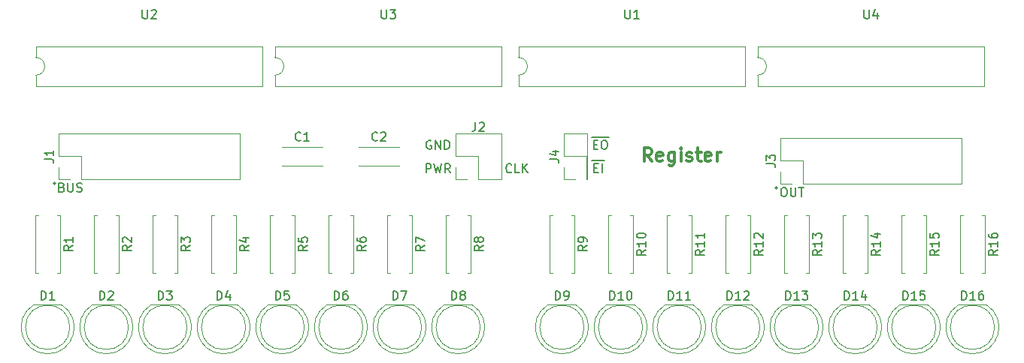
<source format=gbr>
G04 #@! TF.GenerationSoftware,KiCad,Pcbnew,(5.1.4)-1*
G04 #@! TF.CreationDate,2020-05-13T21:25:09+02:00*
G04 #@! TF.ProjectId,register_pcb,72656769-7374-4657-925f-7063622e6b69,rev?*
G04 #@! TF.SameCoordinates,Original*
G04 #@! TF.FileFunction,Legend,Top*
G04 #@! TF.FilePolarity,Positive*
%FSLAX46Y46*%
G04 Gerber Fmt 4.6, Leading zero omitted, Abs format (unit mm)*
G04 Created by KiCad (PCBNEW (5.1.4)-1) date 2020-05-13 21:25:09*
%MOMM*%
%LPD*%
G04 APERTURE LIST*
%ADD10C,0.200000*%
%ADD11C,0.150000*%
%ADD12C,0.300000*%
%ADD13C,0.120000*%
G04 APERTURE END LIST*
D10*
X83412000Y-72898000D02*
G75*
G03X83412000Y-72898000I-100000J0D01*
G01*
X164692000Y-73406000D02*
G75*
G03X164692000Y-73406000I-100000J0D01*
G01*
D11*
X165370000Y-73366380D02*
X165560476Y-73366380D01*
X165655714Y-73414000D01*
X165750952Y-73509238D01*
X165798571Y-73699714D01*
X165798571Y-74033047D01*
X165750952Y-74223523D01*
X165655714Y-74318761D01*
X165560476Y-74366380D01*
X165370000Y-74366380D01*
X165274761Y-74318761D01*
X165179523Y-74223523D01*
X165131904Y-74033047D01*
X165131904Y-73699714D01*
X165179523Y-73509238D01*
X165274761Y-73414000D01*
X165370000Y-73366380D01*
X166227142Y-73366380D02*
X166227142Y-74175904D01*
X166274761Y-74271142D01*
X166322380Y-74318761D01*
X166417619Y-74366380D01*
X166608095Y-74366380D01*
X166703333Y-74318761D01*
X166750952Y-74271142D01*
X166798571Y-74175904D01*
X166798571Y-73366380D01*
X167131904Y-73366380D02*
X167703333Y-73366380D01*
X167417619Y-74366380D02*
X167417619Y-73366380D01*
X143803809Y-67665000D02*
X144708571Y-67665000D01*
X144041904Y-68508571D02*
X144375238Y-68508571D01*
X144518095Y-69032380D02*
X144041904Y-69032380D01*
X144041904Y-68032380D01*
X144518095Y-68032380D01*
X144708571Y-67665000D02*
X145756190Y-67665000D01*
X145137142Y-68032380D02*
X145327619Y-68032380D01*
X145422857Y-68080000D01*
X145518095Y-68175238D01*
X145565714Y-68365714D01*
X145565714Y-68699047D01*
X145518095Y-68889523D01*
X145422857Y-68984761D01*
X145327619Y-69032380D01*
X145137142Y-69032380D01*
X145041904Y-68984761D01*
X144946666Y-68889523D01*
X144899047Y-68699047D01*
X144899047Y-68365714D01*
X144946666Y-68175238D01*
X145041904Y-68080000D01*
X145137142Y-68032380D01*
X143835523Y-70332000D02*
X144740285Y-70332000D01*
X144073619Y-71175571D02*
X144406952Y-71175571D01*
X144549809Y-71699380D02*
X144073619Y-71699380D01*
X144073619Y-70699380D01*
X144549809Y-70699380D01*
X144740285Y-70332000D02*
X145216476Y-70332000D01*
X144978380Y-71699380D02*
X144978380Y-70699380D01*
X134786761Y-71604142D02*
X134739142Y-71651761D01*
X134596285Y-71699380D01*
X134501047Y-71699380D01*
X134358190Y-71651761D01*
X134262952Y-71556523D01*
X134215333Y-71461285D01*
X134167714Y-71270809D01*
X134167714Y-71127952D01*
X134215333Y-70937476D01*
X134262952Y-70842238D01*
X134358190Y-70747000D01*
X134501047Y-70699380D01*
X134596285Y-70699380D01*
X134739142Y-70747000D01*
X134786761Y-70794619D01*
X135691523Y-71699380D02*
X135215333Y-71699380D01*
X135215333Y-70699380D01*
X136024857Y-71699380D02*
X136024857Y-70699380D01*
X136596285Y-71699380D02*
X136167714Y-71127952D01*
X136596285Y-70699380D02*
X136024857Y-71270809D01*
X125158666Y-71699380D02*
X125158666Y-70699380D01*
X125539619Y-70699380D01*
X125634857Y-70747000D01*
X125682476Y-70794619D01*
X125730095Y-70889857D01*
X125730095Y-71032714D01*
X125682476Y-71127952D01*
X125634857Y-71175571D01*
X125539619Y-71223190D01*
X125158666Y-71223190D01*
X126063428Y-70699380D02*
X126301523Y-71699380D01*
X126492000Y-70985095D01*
X126682476Y-71699380D01*
X126920571Y-70699380D01*
X127872952Y-71699380D02*
X127539619Y-71223190D01*
X127301523Y-71699380D02*
X127301523Y-70699380D01*
X127682476Y-70699380D01*
X127777714Y-70747000D01*
X127825333Y-70794619D01*
X127872952Y-70889857D01*
X127872952Y-71032714D01*
X127825333Y-71127952D01*
X127777714Y-71175571D01*
X127682476Y-71223190D01*
X127301523Y-71223190D01*
X125730095Y-68080000D02*
X125634857Y-68032380D01*
X125492000Y-68032380D01*
X125349142Y-68080000D01*
X125253904Y-68175238D01*
X125206285Y-68270476D01*
X125158666Y-68460952D01*
X125158666Y-68603809D01*
X125206285Y-68794285D01*
X125253904Y-68889523D01*
X125349142Y-68984761D01*
X125492000Y-69032380D01*
X125587238Y-69032380D01*
X125730095Y-68984761D01*
X125777714Y-68937142D01*
X125777714Y-68603809D01*
X125587238Y-68603809D01*
X126206285Y-69032380D02*
X126206285Y-68032380D01*
X126777714Y-69032380D01*
X126777714Y-68032380D01*
X127253904Y-69032380D02*
X127253904Y-68032380D01*
X127492000Y-68032380D01*
X127634857Y-68080000D01*
X127730095Y-68175238D01*
X127777714Y-68270476D01*
X127825333Y-68460952D01*
X127825333Y-68603809D01*
X127777714Y-68794285D01*
X127730095Y-68889523D01*
X127634857Y-68984761D01*
X127492000Y-69032380D01*
X127253904Y-69032380D01*
X84161428Y-73334571D02*
X84304285Y-73382190D01*
X84351904Y-73429809D01*
X84399523Y-73525047D01*
X84399523Y-73667904D01*
X84351904Y-73763142D01*
X84304285Y-73810761D01*
X84209047Y-73858380D01*
X83828095Y-73858380D01*
X83828095Y-72858380D01*
X84161428Y-72858380D01*
X84256666Y-72906000D01*
X84304285Y-72953619D01*
X84351904Y-73048857D01*
X84351904Y-73144095D01*
X84304285Y-73239333D01*
X84256666Y-73286952D01*
X84161428Y-73334571D01*
X83828095Y-73334571D01*
X84828095Y-72858380D02*
X84828095Y-73667904D01*
X84875714Y-73763142D01*
X84923333Y-73810761D01*
X85018571Y-73858380D01*
X85209047Y-73858380D01*
X85304285Y-73810761D01*
X85351904Y-73763142D01*
X85399523Y-73667904D01*
X85399523Y-72858380D01*
X85828095Y-73810761D02*
X85970952Y-73858380D01*
X86209047Y-73858380D01*
X86304285Y-73810761D01*
X86351904Y-73763142D01*
X86399523Y-73667904D01*
X86399523Y-73572666D01*
X86351904Y-73477428D01*
X86304285Y-73429809D01*
X86209047Y-73382190D01*
X86018571Y-73334571D01*
X85923333Y-73286952D01*
X85875714Y-73239333D01*
X85828095Y-73144095D01*
X85828095Y-73048857D01*
X85875714Y-72953619D01*
X85923333Y-72906000D01*
X86018571Y-72858380D01*
X86256666Y-72858380D01*
X86399523Y-72906000D01*
D12*
X150566857Y-70401571D02*
X150066857Y-69687285D01*
X149709714Y-70401571D02*
X149709714Y-68901571D01*
X150281142Y-68901571D01*
X150424000Y-68973000D01*
X150495428Y-69044428D01*
X150566857Y-69187285D01*
X150566857Y-69401571D01*
X150495428Y-69544428D01*
X150424000Y-69615857D01*
X150281142Y-69687285D01*
X149709714Y-69687285D01*
X151781142Y-70330142D02*
X151638285Y-70401571D01*
X151352571Y-70401571D01*
X151209714Y-70330142D01*
X151138285Y-70187285D01*
X151138285Y-69615857D01*
X151209714Y-69473000D01*
X151352571Y-69401571D01*
X151638285Y-69401571D01*
X151781142Y-69473000D01*
X151852571Y-69615857D01*
X151852571Y-69758714D01*
X151138285Y-69901571D01*
X153138285Y-69401571D02*
X153138285Y-70615857D01*
X153066857Y-70758714D01*
X152995428Y-70830142D01*
X152852571Y-70901571D01*
X152638285Y-70901571D01*
X152495428Y-70830142D01*
X153138285Y-70330142D02*
X152995428Y-70401571D01*
X152709714Y-70401571D01*
X152566857Y-70330142D01*
X152495428Y-70258714D01*
X152424000Y-70115857D01*
X152424000Y-69687285D01*
X152495428Y-69544428D01*
X152566857Y-69473000D01*
X152709714Y-69401571D01*
X152995428Y-69401571D01*
X153138285Y-69473000D01*
X153852571Y-70401571D02*
X153852571Y-69401571D01*
X153852571Y-68901571D02*
X153781142Y-68973000D01*
X153852571Y-69044428D01*
X153924000Y-68973000D01*
X153852571Y-68901571D01*
X153852571Y-69044428D01*
X154495428Y-70330142D02*
X154638285Y-70401571D01*
X154924000Y-70401571D01*
X155066857Y-70330142D01*
X155138285Y-70187285D01*
X155138285Y-70115857D01*
X155066857Y-69973000D01*
X154924000Y-69901571D01*
X154709714Y-69901571D01*
X154566857Y-69830142D01*
X154495428Y-69687285D01*
X154495428Y-69615857D01*
X154566857Y-69473000D01*
X154709714Y-69401571D01*
X154924000Y-69401571D01*
X155066857Y-69473000D01*
X155566857Y-69401571D02*
X156138285Y-69401571D01*
X155781142Y-68901571D02*
X155781142Y-70187285D01*
X155852571Y-70330142D01*
X155995428Y-70401571D01*
X156138285Y-70401571D01*
X157209714Y-70330142D02*
X157066857Y-70401571D01*
X156781142Y-70401571D01*
X156638285Y-70330142D01*
X156566857Y-70187285D01*
X156566857Y-69615857D01*
X156638285Y-69473000D01*
X156781142Y-69401571D01*
X157066857Y-69401571D01*
X157209714Y-69473000D01*
X157281142Y-69615857D01*
X157281142Y-69758714D01*
X156566857Y-69901571D01*
X157924000Y-70401571D02*
X157924000Y-69401571D01*
X157924000Y-69687285D02*
X157995428Y-69544428D01*
X158066857Y-69473000D01*
X158209714Y-69401571D01*
X158352571Y-69401571D01*
D13*
X122118000Y-70905000D02*
X122118000Y-70920000D01*
X122118000Y-68780000D02*
X122118000Y-68795000D01*
X117578000Y-70905000D02*
X117578000Y-70920000D01*
X117578000Y-68780000D02*
X117578000Y-68795000D01*
X117578000Y-70920000D02*
X122118000Y-70920000D01*
X117578000Y-68780000D02*
X122118000Y-68780000D01*
X113482000Y-70905000D02*
X113482000Y-70920000D01*
X113482000Y-68780000D02*
X113482000Y-68795000D01*
X108942000Y-70905000D02*
X108942000Y-70920000D01*
X108942000Y-68780000D02*
X108942000Y-68795000D01*
X108942000Y-70920000D02*
X113482000Y-70920000D01*
X108942000Y-68780000D02*
X113482000Y-68780000D01*
X83760000Y-72450000D02*
X83760000Y-71120000D01*
X85090000Y-72450000D02*
X83760000Y-72450000D01*
X83760000Y-69850000D02*
X83760000Y-67250000D01*
X86360000Y-69850000D02*
X83760000Y-69850000D01*
X86360000Y-72450000D02*
X86360000Y-69850000D01*
X83760000Y-67250000D02*
X104200000Y-67250000D01*
X86360000Y-72450000D02*
X104200000Y-72450000D01*
X104200000Y-72450000D02*
X104200000Y-67250000D01*
X128464000Y-72450000D02*
X128464000Y-71120000D01*
X129794000Y-72450000D02*
X128464000Y-72450000D01*
X128464000Y-69850000D02*
X128464000Y-67250000D01*
X131064000Y-69850000D02*
X128464000Y-69850000D01*
X131064000Y-72450000D02*
X131064000Y-69850000D01*
X128464000Y-67250000D02*
X133664000Y-67250000D01*
X131064000Y-72450000D02*
X133664000Y-72450000D01*
X133664000Y-72450000D02*
X133664000Y-67250000D01*
X185480000Y-72958000D02*
X185480000Y-67758000D01*
X167640000Y-72958000D02*
X185480000Y-72958000D01*
X165040000Y-67758000D02*
X185480000Y-67758000D01*
X167640000Y-72958000D02*
X167640000Y-70358000D01*
X167640000Y-70358000D02*
X165040000Y-70358000D01*
X165040000Y-70358000D02*
X165040000Y-67758000D01*
X166370000Y-72958000D02*
X165040000Y-72958000D01*
X165040000Y-72958000D02*
X165040000Y-71628000D01*
X143316000Y-72450000D02*
X143316000Y-67250000D01*
X143256000Y-72450000D02*
X143316000Y-72450000D01*
X140656000Y-67250000D02*
X143316000Y-67250000D01*
X143256000Y-72450000D02*
X143256000Y-69850000D01*
X143256000Y-69850000D02*
X140656000Y-69850000D01*
X140656000Y-69850000D02*
X140656000Y-67250000D01*
X141986000Y-72450000D02*
X140656000Y-72450000D01*
X140656000Y-72450000D02*
X140656000Y-71120000D01*
X135576000Y-58690000D02*
G75*
G02X135576000Y-60690000I0J-1000000D01*
G01*
X135576000Y-60690000D02*
X135576000Y-61940000D01*
X135576000Y-61940000D02*
X161096000Y-61940000D01*
X161096000Y-61940000D02*
X161096000Y-57440000D01*
X161096000Y-57440000D02*
X135576000Y-57440000D01*
X135576000Y-57440000D02*
X135576000Y-58690000D01*
X108144000Y-58690000D02*
G75*
G02X108144000Y-60690000I0J-1000000D01*
G01*
X108144000Y-60690000D02*
X108144000Y-61940000D01*
X108144000Y-61940000D02*
X133664000Y-61940000D01*
X133664000Y-61940000D02*
X133664000Y-57440000D01*
X133664000Y-57440000D02*
X108144000Y-57440000D01*
X108144000Y-57440000D02*
X108144000Y-58690000D01*
X162500000Y-58690000D02*
G75*
G02X162500000Y-60690000I0J-1000000D01*
G01*
X162500000Y-60690000D02*
X162500000Y-61940000D01*
X162500000Y-61940000D02*
X188020000Y-61940000D01*
X188020000Y-61940000D02*
X188020000Y-57440000D01*
X188020000Y-57440000D02*
X162500000Y-57440000D01*
X162500000Y-57440000D02*
X162500000Y-58690000D01*
X81220000Y-58690000D02*
G75*
G02X81220000Y-60690000I0J-1000000D01*
G01*
X81220000Y-60690000D02*
X81220000Y-61940000D01*
X81220000Y-61940000D02*
X106740000Y-61940000D01*
X106740000Y-61940000D02*
X106740000Y-57440000D01*
X106740000Y-57440000D02*
X81220000Y-57440000D01*
X81220000Y-57440000D02*
X81220000Y-58690000D01*
X185320000Y-83026000D02*
X185650000Y-83026000D01*
X185320000Y-76486000D02*
X185320000Y-83026000D01*
X185650000Y-76486000D02*
X185320000Y-76486000D01*
X188060000Y-83026000D02*
X187730000Y-83026000D01*
X188060000Y-76486000D02*
X188060000Y-83026000D01*
X187730000Y-76486000D02*
X188060000Y-76486000D01*
X178716000Y-83026000D02*
X179046000Y-83026000D01*
X178716000Y-76486000D02*
X178716000Y-83026000D01*
X179046000Y-76486000D02*
X178716000Y-76486000D01*
X181456000Y-83026000D02*
X181126000Y-83026000D01*
X181456000Y-76486000D02*
X181456000Y-83026000D01*
X181126000Y-76486000D02*
X181456000Y-76486000D01*
X172112000Y-83026000D02*
X172442000Y-83026000D01*
X172112000Y-76486000D02*
X172112000Y-83026000D01*
X172442000Y-76486000D02*
X172112000Y-76486000D01*
X174852000Y-83026000D02*
X174522000Y-83026000D01*
X174852000Y-76486000D02*
X174852000Y-83026000D01*
X174522000Y-76486000D02*
X174852000Y-76486000D01*
X165508000Y-83026000D02*
X165838000Y-83026000D01*
X165508000Y-76486000D02*
X165508000Y-83026000D01*
X165838000Y-76486000D02*
X165508000Y-76486000D01*
X168248000Y-83026000D02*
X167918000Y-83026000D01*
X168248000Y-76486000D02*
X168248000Y-83026000D01*
X167918000Y-76486000D02*
X168248000Y-76486000D01*
X158904000Y-83026000D02*
X159234000Y-83026000D01*
X158904000Y-76486000D02*
X158904000Y-83026000D01*
X159234000Y-76486000D02*
X158904000Y-76486000D01*
X161644000Y-83026000D02*
X161314000Y-83026000D01*
X161644000Y-76486000D02*
X161644000Y-83026000D01*
X161314000Y-76486000D02*
X161644000Y-76486000D01*
X152300000Y-83026000D02*
X152630000Y-83026000D01*
X152300000Y-76486000D02*
X152300000Y-83026000D01*
X152630000Y-76486000D02*
X152300000Y-76486000D01*
X155040000Y-83026000D02*
X154710000Y-83026000D01*
X155040000Y-76486000D02*
X155040000Y-83026000D01*
X154710000Y-76486000D02*
X155040000Y-76486000D01*
X145696000Y-83026000D02*
X146026000Y-83026000D01*
X145696000Y-76486000D02*
X145696000Y-83026000D01*
X146026000Y-76486000D02*
X145696000Y-76486000D01*
X148436000Y-83026000D02*
X148106000Y-83026000D01*
X148436000Y-76486000D02*
X148436000Y-83026000D01*
X148106000Y-76486000D02*
X148436000Y-76486000D01*
X139092000Y-83026000D02*
X139422000Y-83026000D01*
X139092000Y-76486000D02*
X139092000Y-83026000D01*
X139422000Y-76486000D02*
X139092000Y-76486000D01*
X141832000Y-83026000D02*
X141502000Y-83026000D01*
X141832000Y-76486000D02*
X141832000Y-83026000D01*
X141502000Y-76486000D02*
X141832000Y-76486000D01*
X127408000Y-83026000D02*
X127738000Y-83026000D01*
X127408000Y-76486000D02*
X127408000Y-83026000D01*
X127738000Y-76486000D02*
X127408000Y-76486000D01*
X130148000Y-83026000D02*
X129818000Y-83026000D01*
X130148000Y-76486000D02*
X130148000Y-83026000D01*
X129818000Y-76486000D02*
X130148000Y-76486000D01*
X120804000Y-83026000D02*
X121134000Y-83026000D01*
X120804000Y-76486000D02*
X120804000Y-83026000D01*
X121134000Y-76486000D02*
X120804000Y-76486000D01*
X123544000Y-83026000D02*
X123214000Y-83026000D01*
X123544000Y-76486000D02*
X123544000Y-83026000D01*
X123214000Y-76486000D02*
X123544000Y-76486000D01*
X114200000Y-83026000D02*
X114530000Y-83026000D01*
X114200000Y-76486000D02*
X114200000Y-83026000D01*
X114530000Y-76486000D02*
X114200000Y-76486000D01*
X116940000Y-83026000D02*
X116610000Y-83026000D01*
X116940000Y-76486000D02*
X116940000Y-83026000D01*
X116610000Y-76486000D02*
X116940000Y-76486000D01*
X107596000Y-83026000D02*
X107926000Y-83026000D01*
X107596000Y-76486000D02*
X107596000Y-83026000D01*
X107926000Y-76486000D02*
X107596000Y-76486000D01*
X110336000Y-83026000D02*
X110006000Y-83026000D01*
X110336000Y-76486000D02*
X110336000Y-83026000D01*
X110006000Y-76486000D02*
X110336000Y-76486000D01*
X100992000Y-83026000D02*
X101322000Y-83026000D01*
X100992000Y-76486000D02*
X100992000Y-83026000D01*
X101322000Y-76486000D02*
X100992000Y-76486000D01*
X103732000Y-83026000D02*
X103402000Y-83026000D01*
X103732000Y-76486000D02*
X103732000Y-83026000D01*
X103402000Y-76486000D02*
X103732000Y-76486000D01*
X94388000Y-83026000D02*
X94718000Y-83026000D01*
X94388000Y-76486000D02*
X94388000Y-83026000D01*
X94718000Y-76486000D02*
X94388000Y-76486000D01*
X97128000Y-83026000D02*
X96798000Y-83026000D01*
X97128000Y-76486000D02*
X97128000Y-83026000D01*
X96798000Y-76486000D02*
X97128000Y-76486000D01*
X87784000Y-83026000D02*
X88114000Y-83026000D01*
X87784000Y-76486000D02*
X87784000Y-83026000D01*
X88114000Y-76486000D02*
X87784000Y-76486000D01*
X90524000Y-83026000D02*
X90194000Y-83026000D01*
X90524000Y-76486000D02*
X90524000Y-83026000D01*
X90194000Y-76486000D02*
X90524000Y-76486000D01*
X83590000Y-76486000D02*
X83920000Y-76486000D01*
X83920000Y-76486000D02*
X83920000Y-83026000D01*
X83920000Y-83026000D02*
X83590000Y-83026000D01*
X81510000Y-76486000D02*
X81180000Y-76486000D01*
X81180000Y-76486000D02*
X81180000Y-83026000D01*
X81180000Y-83026000D02*
X81510000Y-83026000D01*
X186689538Y-92144000D02*
G75*
G03X188234830Y-86594000I462J2990000D01*
G01*
X186690462Y-92144000D02*
G75*
G02X185145170Y-86594000I-462J2990000D01*
G01*
X189190000Y-89154000D02*
G75*
G03X189190000Y-89154000I-2500000J0D01*
G01*
X188235000Y-86594000D02*
X185145000Y-86594000D01*
X180085538Y-92144000D02*
G75*
G03X181630830Y-86594000I462J2990000D01*
G01*
X180086462Y-92144000D02*
G75*
G02X178541170Y-86594000I-462J2990000D01*
G01*
X182586000Y-89154000D02*
G75*
G03X182586000Y-89154000I-2500000J0D01*
G01*
X181631000Y-86594000D02*
X178541000Y-86594000D01*
X173481538Y-92144000D02*
G75*
G03X175026830Y-86594000I462J2990000D01*
G01*
X173482462Y-92144000D02*
G75*
G02X171937170Y-86594000I-462J2990000D01*
G01*
X175982000Y-89154000D02*
G75*
G03X175982000Y-89154000I-2500000J0D01*
G01*
X175027000Y-86594000D02*
X171937000Y-86594000D01*
X166877538Y-92144000D02*
G75*
G03X168422830Y-86594000I462J2990000D01*
G01*
X166878462Y-92144000D02*
G75*
G02X165333170Y-86594000I-462J2990000D01*
G01*
X169378000Y-89154000D02*
G75*
G03X169378000Y-89154000I-2500000J0D01*
G01*
X168423000Y-86594000D02*
X165333000Y-86594000D01*
X160273538Y-92144000D02*
G75*
G03X161818830Y-86594000I462J2990000D01*
G01*
X160274462Y-92144000D02*
G75*
G02X158729170Y-86594000I-462J2990000D01*
G01*
X162774000Y-89154000D02*
G75*
G03X162774000Y-89154000I-2500000J0D01*
G01*
X161819000Y-86594000D02*
X158729000Y-86594000D01*
X153669538Y-92144000D02*
G75*
G03X155214830Y-86594000I462J2990000D01*
G01*
X153670462Y-92144000D02*
G75*
G02X152125170Y-86594000I-462J2990000D01*
G01*
X156170000Y-89154000D02*
G75*
G03X156170000Y-89154000I-2500000J0D01*
G01*
X155215000Y-86594000D02*
X152125000Y-86594000D01*
X147065538Y-92144000D02*
G75*
G03X148610830Y-86594000I462J2990000D01*
G01*
X147066462Y-92144000D02*
G75*
G02X145521170Y-86594000I-462J2990000D01*
G01*
X149566000Y-89154000D02*
G75*
G03X149566000Y-89154000I-2500000J0D01*
G01*
X148611000Y-86594000D02*
X145521000Y-86594000D01*
X140461538Y-92144000D02*
G75*
G03X142006830Y-86594000I462J2990000D01*
G01*
X140462462Y-92144000D02*
G75*
G02X138917170Y-86594000I-462J2990000D01*
G01*
X142962000Y-89154000D02*
G75*
G03X142962000Y-89154000I-2500000J0D01*
G01*
X142007000Y-86594000D02*
X138917000Y-86594000D01*
X128777538Y-92144000D02*
G75*
G03X130322830Y-86594000I462J2990000D01*
G01*
X128778462Y-92144000D02*
G75*
G02X127233170Y-86594000I-462J2990000D01*
G01*
X131278000Y-89154000D02*
G75*
G03X131278000Y-89154000I-2500000J0D01*
G01*
X130323000Y-86594000D02*
X127233000Y-86594000D01*
X122173538Y-92144000D02*
G75*
G03X123718830Y-86594000I462J2990000D01*
G01*
X122174462Y-92144000D02*
G75*
G02X120629170Y-86594000I-462J2990000D01*
G01*
X124674000Y-89154000D02*
G75*
G03X124674000Y-89154000I-2500000J0D01*
G01*
X123719000Y-86594000D02*
X120629000Y-86594000D01*
X115569538Y-92144000D02*
G75*
G03X117114830Y-86594000I462J2990000D01*
G01*
X115570462Y-92144000D02*
G75*
G02X114025170Y-86594000I-462J2990000D01*
G01*
X118070000Y-89154000D02*
G75*
G03X118070000Y-89154000I-2500000J0D01*
G01*
X117115000Y-86594000D02*
X114025000Y-86594000D01*
X108965538Y-92144000D02*
G75*
G03X110510830Y-86594000I462J2990000D01*
G01*
X108966462Y-92144000D02*
G75*
G02X107421170Y-86594000I-462J2990000D01*
G01*
X111466000Y-89154000D02*
G75*
G03X111466000Y-89154000I-2500000J0D01*
G01*
X110511000Y-86594000D02*
X107421000Y-86594000D01*
X102361538Y-92144000D02*
G75*
G03X103906830Y-86594000I462J2990000D01*
G01*
X102362462Y-92144000D02*
G75*
G02X100817170Y-86594000I-462J2990000D01*
G01*
X104862000Y-89154000D02*
G75*
G03X104862000Y-89154000I-2500000J0D01*
G01*
X103907000Y-86594000D02*
X100817000Y-86594000D01*
X95757538Y-92144000D02*
G75*
G03X97302830Y-86594000I462J2990000D01*
G01*
X95758462Y-92144000D02*
G75*
G02X94213170Y-86594000I-462J2990000D01*
G01*
X98258000Y-89154000D02*
G75*
G03X98258000Y-89154000I-2500000J0D01*
G01*
X97303000Y-86594000D02*
X94213000Y-86594000D01*
X89153538Y-92144000D02*
G75*
G03X90698830Y-86594000I462J2990000D01*
G01*
X89154462Y-92144000D02*
G75*
G02X87609170Y-86594000I-462J2990000D01*
G01*
X91654000Y-89154000D02*
G75*
G03X91654000Y-89154000I-2500000J0D01*
G01*
X90699000Y-86594000D02*
X87609000Y-86594000D01*
X82549538Y-92144000D02*
G75*
G03X84094830Y-86594000I462J2990000D01*
G01*
X82550462Y-92144000D02*
G75*
G02X81005170Y-86594000I-462J2990000D01*
G01*
X85050000Y-89154000D02*
G75*
G03X85050000Y-89154000I-2500000J0D01*
G01*
X84095000Y-86594000D02*
X81005000Y-86594000D01*
D11*
X119681333Y-68007142D02*
X119633714Y-68054761D01*
X119490857Y-68102380D01*
X119395619Y-68102380D01*
X119252761Y-68054761D01*
X119157523Y-67959523D01*
X119109904Y-67864285D01*
X119062285Y-67673809D01*
X119062285Y-67530952D01*
X119109904Y-67340476D01*
X119157523Y-67245238D01*
X119252761Y-67150000D01*
X119395619Y-67102380D01*
X119490857Y-67102380D01*
X119633714Y-67150000D01*
X119681333Y-67197619D01*
X120062285Y-67197619D02*
X120109904Y-67150000D01*
X120205142Y-67102380D01*
X120443238Y-67102380D01*
X120538476Y-67150000D01*
X120586095Y-67197619D01*
X120633714Y-67292857D01*
X120633714Y-67388095D01*
X120586095Y-67530952D01*
X120014666Y-68102380D01*
X120633714Y-68102380D01*
X111045333Y-68007142D02*
X110997714Y-68054761D01*
X110854857Y-68102380D01*
X110759619Y-68102380D01*
X110616761Y-68054761D01*
X110521523Y-67959523D01*
X110473904Y-67864285D01*
X110426285Y-67673809D01*
X110426285Y-67530952D01*
X110473904Y-67340476D01*
X110521523Y-67245238D01*
X110616761Y-67150000D01*
X110759619Y-67102380D01*
X110854857Y-67102380D01*
X110997714Y-67150000D01*
X111045333Y-67197619D01*
X111997714Y-68102380D02*
X111426285Y-68102380D01*
X111712000Y-68102380D02*
X111712000Y-67102380D01*
X111616761Y-67245238D01*
X111521523Y-67340476D01*
X111426285Y-67388095D01*
X82212380Y-70183333D02*
X82926666Y-70183333D01*
X83069523Y-70230952D01*
X83164761Y-70326190D01*
X83212380Y-70469047D01*
X83212380Y-70564285D01*
X83212380Y-69183333D02*
X83212380Y-69754761D01*
X83212380Y-69469047D02*
X82212380Y-69469047D01*
X82355238Y-69564285D01*
X82450476Y-69659523D01*
X82498095Y-69754761D01*
X130730666Y-66000380D02*
X130730666Y-66714666D01*
X130683047Y-66857523D01*
X130587809Y-66952761D01*
X130444952Y-67000380D01*
X130349714Y-67000380D01*
X131159238Y-66095619D02*
X131206857Y-66048000D01*
X131302095Y-66000380D01*
X131540190Y-66000380D01*
X131635428Y-66048000D01*
X131683047Y-66095619D01*
X131730666Y-66190857D01*
X131730666Y-66286095D01*
X131683047Y-66428952D01*
X131111619Y-67000380D01*
X131730666Y-67000380D01*
X163492380Y-70691333D02*
X164206666Y-70691333D01*
X164349523Y-70738952D01*
X164444761Y-70834190D01*
X164492380Y-70977047D01*
X164492380Y-71072285D01*
X163492380Y-70310380D02*
X163492380Y-69691333D01*
X163873333Y-70024666D01*
X163873333Y-69881809D01*
X163920952Y-69786571D01*
X163968571Y-69738952D01*
X164063809Y-69691333D01*
X164301904Y-69691333D01*
X164397142Y-69738952D01*
X164444761Y-69786571D01*
X164492380Y-69881809D01*
X164492380Y-70167523D01*
X164444761Y-70262761D01*
X164397142Y-70310380D01*
X139108380Y-70183333D02*
X139822666Y-70183333D01*
X139965523Y-70230952D01*
X140060761Y-70326190D01*
X140108380Y-70469047D01*
X140108380Y-70564285D01*
X139441714Y-69278571D02*
X140108380Y-69278571D01*
X139060761Y-69516666D02*
X139775047Y-69754761D01*
X139775047Y-69135714D01*
X147574095Y-53300380D02*
X147574095Y-54109904D01*
X147621714Y-54205142D01*
X147669333Y-54252761D01*
X147764571Y-54300380D01*
X147955047Y-54300380D01*
X148050285Y-54252761D01*
X148097904Y-54205142D01*
X148145523Y-54109904D01*
X148145523Y-53300380D01*
X149145523Y-54300380D02*
X148574095Y-54300380D01*
X148859809Y-54300380D02*
X148859809Y-53300380D01*
X148764571Y-53443238D01*
X148669333Y-53538476D01*
X148574095Y-53586095D01*
X120142095Y-53300380D02*
X120142095Y-54109904D01*
X120189714Y-54205142D01*
X120237333Y-54252761D01*
X120332571Y-54300380D01*
X120523047Y-54300380D01*
X120618285Y-54252761D01*
X120665904Y-54205142D01*
X120713523Y-54109904D01*
X120713523Y-53300380D01*
X121094476Y-53300380D02*
X121713523Y-53300380D01*
X121380190Y-53681333D01*
X121523047Y-53681333D01*
X121618285Y-53728952D01*
X121665904Y-53776571D01*
X121713523Y-53871809D01*
X121713523Y-54109904D01*
X121665904Y-54205142D01*
X121618285Y-54252761D01*
X121523047Y-54300380D01*
X121237333Y-54300380D01*
X121142095Y-54252761D01*
X121094476Y-54205142D01*
X174498095Y-53300380D02*
X174498095Y-54109904D01*
X174545714Y-54205142D01*
X174593333Y-54252761D01*
X174688571Y-54300380D01*
X174879047Y-54300380D01*
X174974285Y-54252761D01*
X175021904Y-54205142D01*
X175069523Y-54109904D01*
X175069523Y-53300380D01*
X175974285Y-53633714D02*
X175974285Y-54300380D01*
X175736190Y-53252761D02*
X175498095Y-53967047D01*
X176117142Y-53967047D01*
X93218095Y-53300380D02*
X93218095Y-54109904D01*
X93265714Y-54205142D01*
X93313333Y-54252761D01*
X93408571Y-54300380D01*
X93599047Y-54300380D01*
X93694285Y-54252761D01*
X93741904Y-54205142D01*
X93789523Y-54109904D01*
X93789523Y-53300380D01*
X94218095Y-53395619D02*
X94265714Y-53348000D01*
X94360952Y-53300380D01*
X94599047Y-53300380D01*
X94694285Y-53348000D01*
X94741904Y-53395619D01*
X94789523Y-53490857D01*
X94789523Y-53586095D01*
X94741904Y-53728952D01*
X94170476Y-54300380D01*
X94789523Y-54300380D01*
X189512380Y-80398857D02*
X189036190Y-80732190D01*
X189512380Y-80970285D02*
X188512380Y-80970285D01*
X188512380Y-80589333D01*
X188560000Y-80494095D01*
X188607619Y-80446476D01*
X188702857Y-80398857D01*
X188845714Y-80398857D01*
X188940952Y-80446476D01*
X188988571Y-80494095D01*
X189036190Y-80589333D01*
X189036190Y-80970285D01*
X189512380Y-79446476D02*
X189512380Y-80017904D01*
X189512380Y-79732190D02*
X188512380Y-79732190D01*
X188655238Y-79827428D01*
X188750476Y-79922666D01*
X188798095Y-80017904D01*
X188512380Y-78589333D02*
X188512380Y-78779809D01*
X188560000Y-78875047D01*
X188607619Y-78922666D01*
X188750476Y-79017904D01*
X188940952Y-79065523D01*
X189321904Y-79065523D01*
X189417142Y-79017904D01*
X189464761Y-78970285D01*
X189512380Y-78875047D01*
X189512380Y-78684571D01*
X189464761Y-78589333D01*
X189417142Y-78541714D01*
X189321904Y-78494095D01*
X189083809Y-78494095D01*
X188988571Y-78541714D01*
X188940952Y-78589333D01*
X188893333Y-78684571D01*
X188893333Y-78875047D01*
X188940952Y-78970285D01*
X188988571Y-79017904D01*
X189083809Y-79065523D01*
X182908380Y-80398857D02*
X182432190Y-80732190D01*
X182908380Y-80970285D02*
X181908380Y-80970285D01*
X181908380Y-80589333D01*
X181956000Y-80494095D01*
X182003619Y-80446476D01*
X182098857Y-80398857D01*
X182241714Y-80398857D01*
X182336952Y-80446476D01*
X182384571Y-80494095D01*
X182432190Y-80589333D01*
X182432190Y-80970285D01*
X182908380Y-79446476D02*
X182908380Y-80017904D01*
X182908380Y-79732190D02*
X181908380Y-79732190D01*
X182051238Y-79827428D01*
X182146476Y-79922666D01*
X182194095Y-80017904D01*
X181908380Y-78541714D02*
X181908380Y-79017904D01*
X182384571Y-79065523D01*
X182336952Y-79017904D01*
X182289333Y-78922666D01*
X182289333Y-78684571D01*
X182336952Y-78589333D01*
X182384571Y-78541714D01*
X182479809Y-78494095D01*
X182717904Y-78494095D01*
X182813142Y-78541714D01*
X182860761Y-78589333D01*
X182908380Y-78684571D01*
X182908380Y-78922666D01*
X182860761Y-79017904D01*
X182813142Y-79065523D01*
X176304380Y-80398857D02*
X175828190Y-80732190D01*
X176304380Y-80970285D02*
X175304380Y-80970285D01*
X175304380Y-80589333D01*
X175352000Y-80494095D01*
X175399619Y-80446476D01*
X175494857Y-80398857D01*
X175637714Y-80398857D01*
X175732952Y-80446476D01*
X175780571Y-80494095D01*
X175828190Y-80589333D01*
X175828190Y-80970285D01*
X176304380Y-79446476D02*
X176304380Y-80017904D01*
X176304380Y-79732190D02*
X175304380Y-79732190D01*
X175447238Y-79827428D01*
X175542476Y-79922666D01*
X175590095Y-80017904D01*
X175637714Y-78589333D02*
X176304380Y-78589333D01*
X175256761Y-78827428D02*
X175971047Y-79065523D01*
X175971047Y-78446476D01*
X169700380Y-80398857D02*
X169224190Y-80732190D01*
X169700380Y-80970285D02*
X168700380Y-80970285D01*
X168700380Y-80589333D01*
X168748000Y-80494095D01*
X168795619Y-80446476D01*
X168890857Y-80398857D01*
X169033714Y-80398857D01*
X169128952Y-80446476D01*
X169176571Y-80494095D01*
X169224190Y-80589333D01*
X169224190Y-80970285D01*
X169700380Y-79446476D02*
X169700380Y-80017904D01*
X169700380Y-79732190D02*
X168700380Y-79732190D01*
X168843238Y-79827428D01*
X168938476Y-79922666D01*
X168986095Y-80017904D01*
X168700380Y-79113142D02*
X168700380Y-78494095D01*
X169081333Y-78827428D01*
X169081333Y-78684571D01*
X169128952Y-78589333D01*
X169176571Y-78541714D01*
X169271809Y-78494095D01*
X169509904Y-78494095D01*
X169605142Y-78541714D01*
X169652761Y-78589333D01*
X169700380Y-78684571D01*
X169700380Y-78970285D01*
X169652761Y-79065523D01*
X169605142Y-79113142D01*
X163096380Y-80398857D02*
X162620190Y-80732190D01*
X163096380Y-80970285D02*
X162096380Y-80970285D01*
X162096380Y-80589333D01*
X162144000Y-80494095D01*
X162191619Y-80446476D01*
X162286857Y-80398857D01*
X162429714Y-80398857D01*
X162524952Y-80446476D01*
X162572571Y-80494095D01*
X162620190Y-80589333D01*
X162620190Y-80970285D01*
X163096380Y-79446476D02*
X163096380Y-80017904D01*
X163096380Y-79732190D02*
X162096380Y-79732190D01*
X162239238Y-79827428D01*
X162334476Y-79922666D01*
X162382095Y-80017904D01*
X162191619Y-79065523D02*
X162144000Y-79017904D01*
X162096380Y-78922666D01*
X162096380Y-78684571D01*
X162144000Y-78589333D01*
X162191619Y-78541714D01*
X162286857Y-78494095D01*
X162382095Y-78494095D01*
X162524952Y-78541714D01*
X163096380Y-79113142D01*
X163096380Y-78494095D01*
X156492380Y-80398857D02*
X156016190Y-80732190D01*
X156492380Y-80970285D02*
X155492380Y-80970285D01*
X155492380Y-80589333D01*
X155540000Y-80494095D01*
X155587619Y-80446476D01*
X155682857Y-80398857D01*
X155825714Y-80398857D01*
X155920952Y-80446476D01*
X155968571Y-80494095D01*
X156016190Y-80589333D01*
X156016190Y-80970285D01*
X156492380Y-79446476D02*
X156492380Y-80017904D01*
X156492380Y-79732190D02*
X155492380Y-79732190D01*
X155635238Y-79827428D01*
X155730476Y-79922666D01*
X155778095Y-80017904D01*
X156492380Y-78494095D02*
X156492380Y-79065523D01*
X156492380Y-78779809D02*
X155492380Y-78779809D01*
X155635238Y-78875047D01*
X155730476Y-78970285D01*
X155778095Y-79065523D01*
X149888380Y-80398857D02*
X149412190Y-80732190D01*
X149888380Y-80970285D02*
X148888380Y-80970285D01*
X148888380Y-80589333D01*
X148936000Y-80494095D01*
X148983619Y-80446476D01*
X149078857Y-80398857D01*
X149221714Y-80398857D01*
X149316952Y-80446476D01*
X149364571Y-80494095D01*
X149412190Y-80589333D01*
X149412190Y-80970285D01*
X149888380Y-79446476D02*
X149888380Y-80017904D01*
X149888380Y-79732190D02*
X148888380Y-79732190D01*
X149031238Y-79827428D01*
X149126476Y-79922666D01*
X149174095Y-80017904D01*
X148888380Y-78827428D02*
X148888380Y-78732190D01*
X148936000Y-78636952D01*
X148983619Y-78589333D01*
X149078857Y-78541714D01*
X149269333Y-78494095D01*
X149507428Y-78494095D01*
X149697904Y-78541714D01*
X149793142Y-78589333D01*
X149840761Y-78636952D01*
X149888380Y-78732190D01*
X149888380Y-78827428D01*
X149840761Y-78922666D01*
X149793142Y-78970285D01*
X149697904Y-79017904D01*
X149507428Y-79065523D01*
X149269333Y-79065523D01*
X149078857Y-79017904D01*
X148983619Y-78970285D01*
X148936000Y-78922666D01*
X148888380Y-78827428D01*
X143284380Y-79922666D02*
X142808190Y-80256000D01*
X143284380Y-80494095D02*
X142284380Y-80494095D01*
X142284380Y-80113142D01*
X142332000Y-80017904D01*
X142379619Y-79970285D01*
X142474857Y-79922666D01*
X142617714Y-79922666D01*
X142712952Y-79970285D01*
X142760571Y-80017904D01*
X142808190Y-80113142D01*
X142808190Y-80494095D01*
X143284380Y-79446476D02*
X143284380Y-79256000D01*
X143236761Y-79160761D01*
X143189142Y-79113142D01*
X143046285Y-79017904D01*
X142855809Y-78970285D01*
X142474857Y-78970285D01*
X142379619Y-79017904D01*
X142332000Y-79065523D01*
X142284380Y-79160761D01*
X142284380Y-79351238D01*
X142332000Y-79446476D01*
X142379619Y-79494095D01*
X142474857Y-79541714D01*
X142712952Y-79541714D01*
X142808190Y-79494095D01*
X142855809Y-79446476D01*
X142903428Y-79351238D01*
X142903428Y-79160761D01*
X142855809Y-79065523D01*
X142808190Y-79017904D01*
X142712952Y-78970285D01*
X131600380Y-79922666D02*
X131124190Y-80256000D01*
X131600380Y-80494095D02*
X130600380Y-80494095D01*
X130600380Y-80113142D01*
X130648000Y-80017904D01*
X130695619Y-79970285D01*
X130790857Y-79922666D01*
X130933714Y-79922666D01*
X131028952Y-79970285D01*
X131076571Y-80017904D01*
X131124190Y-80113142D01*
X131124190Y-80494095D01*
X131028952Y-79351238D02*
X130981333Y-79446476D01*
X130933714Y-79494095D01*
X130838476Y-79541714D01*
X130790857Y-79541714D01*
X130695619Y-79494095D01*
X130648000Y-79446476D01*
X130600380Y-79351238D01*
X130600380Y-79160761D01*
X130648000Y-79065523D01*
X130695619Y-79017904D01*
X130790857Y-78970285D01*
X130838476Y-78970285D01*
X130933714Y-79017904D01*
X130981333Y-79065523D01*
X131028952Y-79160761D01*
X131028952Y-79351238D01*
X131076571Y-79446476D01*
X131124190Y-79494095D01*
X131219428Y-79541714D01*
X131409904Y-79541714D01*
X131505142Y-79494095D01*
X131552761Y-79446476D01*
X131600380Y-79351238D01*
X131600380Y-79160761D01*
X131552761Y-79065523D01*
X131505142Y-79017904D01*
X131409904Y-78970285D01*
X131219428Y-78970285D01*
X131124190Y-79017904D01*
X131076571Y-79065523D01*
X131028952Y-79160761D01*
X124996380Y-79922666D02*
X124520190Y-80256000D01*
X124996380Y-80494095D02*
X123996380Y-80494095D01*
X123996380Y-80113142D01*
X124044000Y-80017904D01*
X124091619Y-79970285D01*
X124186857Y-79922666D01*
X124329714Y-79922666D01*
X124424952Y-79970285D01*
X124472571Y-80017904D01*
X124520190Y-80113142D01*
X124520190Y-80494095D01*
X123996380Y-79589333D02*
X123996380Y-78922666D01*
X124996380Y-79351238D01*
X118392380Y-79922666D02*
X117916190Y-80256000D01*
X118392380Y-80494095D02*
X117392380Y-80494095D01*
X117392380Y-80113142D01*
X117440000Y-80017904D01*
X117487619Y-79970285D01*
X117582857Y-79922666D01*
X117725714Y-79922666D01*
X117820952Y-79970285D01*
X117868571Y-80017904D01*
X117916190Y-80113142D01*
X117916190Y-80494095D01*
X117392380Y-79065523D02*
X117392380Y-79256000D01*
X117440000Y-79351238D01*
X117487619Y-79398857D01*
X117630476Y-79494095D01*
X117820952Y-79541714D01*
X118201904Y-79541714D01*
X118297142Y-79494095D01*
X118344761Y-79446476D01*
X118392380Y-79351238D01*
X118392380Y-79160761D01*
X118344761Y-79065523D01*
X118297142Y-79017904D01*
X118201904Y-78970285D01*
X117963809Y-78970285D01*
X117868571Y-79017904D01*
X117820952Y-79065523D01*
X117773333Y-79160761D01*
X117773333Y-79351238D01*
X117820952Y-79446476D01*
X117868571Y-79494095D01*
X117963809Y-79541714D01*
X111788380Y-79922666D02*
X111312190Y-80256000D01*
X111788380Y-80494095D02*
X110788380Y-80494095D01*
X110788380Y-80113142D01*
X110836000Y-80017904D01*
X110883619Y-79970285D01*
X110978857Y-79922666D01*
X111121714Y-79922666D01*
X111216952Y-79970285D01*
X111264571Y-80017904D01*
X111312190Y-80113142D01*
X111312190Y-80494095D01*
X110788380Y-79017904D02*
X110788380Y-79494095D01*
X111264571Y-79541714D01*
X111216952Y-79494095D01*
X111169333Y-79398857D01*
X111169333Y-79160761D01*
X111216952Y-79065523D01*
X111264571Y-79017904D01*
X111359809Y-78970285D01*
X111597904Y-78970285D01*
X111693142Y-79017904D01*
X111740761Y-79065523D01*
X111788380Y-79160761D01*
X111788380Y-79398857D01*
X111740761Y-79494095D01*
X111693142Y-79541714D01*
X105184380Y-79922666D02*
X104708190Y-80256000D01*
X105184380Y-80494095D02*
X104184380Y-80494095D01*
X104184380Y-80113142D01*
X104232000Y-80017904D01*
X104279619Y-79970285D01*
X104374857Y-79922666D01*
X104517714Y-79922666D01*
X104612952Y-79970285D01*
X104660571Y-80017904D01*
X104708190Y-80113142D01*
X104708190Y-80494095D01*
X104517714Y-79065523D02*
X105184380Y-79065523D01*
X104136761Y-79303619D02*
X104851047Y-79541714D01*
X104851047Y-78922666D01*
X98580380Y-79922666D02*
X98104190Y-80256000D01*
X98580380Y-80494095D02*
X97580380Y-80494095D01*
X97580380Y-80113142D01*
X97628000Y-80017904D01*
X97675619Y-79970285D01*
X97770857Y-79922666D01*
X97913714Y-79922666D01*
X98008952Y-79970285D01*
X98056571Y-80017904D01*
X98104190Y-80113142D01*
X98104190Y-80494095D01*
X97580380Y-79589333D02*
X97580380Y-78970285D01*
X97961333Y-79303619D01*
X97961333Y-79160761D01*
X98008952Y-79065523D01*
X98056571Y-79017904D01*
X98151809Y-78970285D01*
X98389904Y-78970285D01*
X98485142Y-79017904D01*
X98532761Y-79065523D01*
X98580380Y-79160761D01*
X98580380Y-79446476D01*
X98532761Y-79541714D01*
X98485142Y-79589333D01*
X91976380Y-79922666D02*
X91500190Y-80256000D01*
X91976380Y-80494095D02*
X90976380Y-80494095D01*
X90976380Y-80113142D01*
X91024000Y-80017904D01*
X91071619Y-79970285D01*
X91166857Y-79922666D01*
X91309714Y-79922666D01*
X91404952Y-79970285D01*
X91452571Y-80017904D01*
X91500190Y-80113142D01*
X91500190Y-80494095D01*
X91071619Y-79541714D02*
X91024000Y-79494095D01*
X90976380Y-79398857D01*
X90976380Y-79160761D01*
X91024000Y-79065523D01*
X91071619Y-79017904D01*
X91166857Y-78970285D01*
X91262095Y-78970285D01*
X91404952Y-79017904D01*
X91976380Y-79589333D01*
X91976380Y-78970285D01*
X85372380Y-79922666D02*
X84896190Y-80256000D01*
X85372380Y-80494095D02*
X84372380Y-80494095D01*
X84372380Y-80113142D01*
X84420000Y-80017904D01*
X84467619Y-79970285D01*
X84562857Y-79922666D01*
X84705714Y-79922666D01*
X84800952Y-79970285D01*
X84848571Y-80017904D01*
X84896190Y-80113142D01*
X84896190Y-80494095D01*
X85372380Y-78970285D02*
X85372380Y-79541714D01*
X85372380Y-79256000D02*
X84372380Y-79256000D01*
X84515238Y-79351238D01*
X84610476Y-79446476D01*
X84658095Y-79541714D01*
X185475714Y-86050380D02*
X185475714Y-85050380D01*
X185713809Y-85050380D01*
X185856666Y-85098000D01*
X185951904Y-85193238D01*
X185999523Y-85288476D01*
X186047142Y-85478952D01*
X186047142Y-85621809D01*
X185999523Y-85812285D01*
X185951904Y-85907523D01*
X185856666Y-86002761D01*
X185713809Y-86050380D01*
X185475714Y-86050380D01*
X186999523Y-86050380D02*
X186428095Y-86050380D01*
X186713809Y-86050380D02*
X186713809Y-85050380D01*
X186618571Y-85193238D01*
X186523333Y-85288476D01*
X186428095Y-85336095D01*
X187856666Y-85050380D02*
X187666190Y-85050380D01*
X187570952Y-85098000D01*
X187523333Y-85145619D01*
X187428095Y-85288476D01*
X187380476Y-85478952D01*
X187380476Y-85859904D01*
X187428095Y-85955142D01*
X187475714Y-86002761D01*
X187570952Y-86050380D01*
X187761428Y-86050380D01*
X187856666Y-86002761D01*
X187904285Y-85955142D01*
X187951904Y-85859904D01*
X187951904Y-85621809D01*
X187904285Y-85526571D01*
X187856666Y-85478952D01*
X187761428Y-85431333D01*
X187570952Y-85431333D01*
X187475714Y-85478952D01*
X187428095Y-85526571D01*
X187380476Y-85621809D01*
X178871714Y-86050380D02*
X178871714Y-85050380D01*
X179109809Y-85050380D01*
X179252666Y-85098000D01*
X179347904Y-85193238D01*
X179395523Y-85288476D01*
X179443142Y-85478952D01*
X179443142Y-85621809D01*
X179395523Y-85812285D01*
X179347904Y-85907523D01*
X179252666Y-86002761D01*
X179109809Y-86050380D01*
X178871714Y-86050380D01*
X180395523Y-86050380D02*
X179824095Y-86050380D01*
X180109809Y-86050380D02*
X180109809Y-85050380D01*
X180014571Y-85193238D01*
X179919333Y-85288476D01*
X179824095Y-85336095D01*
X181300285Y-85050380D02*
X180824095Y-85050380D01*
X180776476Y-85526571D01*
X180824095Y-85478952D01*
X180919333Y-85431333D01*
X181157428Y-85431333D01*
X181252666Y-85478952D01*
X181300285Y-85526571D01*
X181347904Y-85621809D01*
X181347904Y-85859904D01*
X181300285Y-85955142D01*
X181252666Y-86002761D01*
X181157428Y-86050380D01*
X180919333Y-86050380D01*
X180824095Y-86002761D01*
X180776476Y-85955142D01*
X172267714Y-86050380D02*
X172267714Y-85050380D01*
X172505809Y-85050380D01*
X172648666Y-85098000D01*
X172743904Y-85193238D01*
X172791523Y-85288476D01*
X172839142Y-85478952D01*
X172839142Y-85621809D01*
X172791523Y-85812285D01*
X172743904Y-85907523D01*
X172648666Y-86002761D01*
X172505809Y-86050380D01*
X172267714Y-86050380D01*
X173791523Y-86050380D02*
X173220095Y-86050380D01*
X173505809Y-86050380D02*
X173505809Y-85050380D01*
X173410571Y-85193238D01*
X173315333Y-85288476D01*
X173220095Y-85336095D01*
X174648666Y-85383714D02*
X174648666Y-86050380D01*
X174410571Y-85002761D02*
X174172476Y-85717047D01*
X174791523Y-85717047D01*
X165663714Y-86050380D02*
X165663714Y-85050380D01*
X165901809Y-85050380D01*
X166044666Y-85098000D01*
X166139904Y-85193238D01*
X166187523Y-85288476D01*
X166235142Y-85478952D01*
X166235142Y-85621809D01*
X166187523Y-85812285D01*
X166139904Y-85907523D01*
X166044666Y-86002761D01*
X165901809Y-86050380D01*
X165663714Y-86050380D01*
X167187523Y-86050380D02*
X166616095Y-86050380D01*
X166901809Y-86050380D02*
X166901809Y-85050380D01*
X166806571Y-85193238D01*
X166711333Y-85288476D01*
X166616095Y-85336095D01*
X167520857Y-85050380D02*
X168139904Y-85050380D01*
X167806571Y-85431333D01*
X167949428Y-85431333D01*
X168044666Y-85478952D01*
X168092285Y-85526571D01*
X168139904Y-85621809D01*
X168139904Y-85859904D01*
X168092285Y-85955142D01*
X168044666Y-86002761D01*
X167949428Y-86050380D01*
X167663714Y-86050380D01*
X167568476Y-86002761D01*
X167520857Y-85955142D01*
X159059714Y-86050380D02*
X159059714Y-85050380D01*
X159297809Y-85050380D01*
X159440666Y-85098000D01*
X159535904Y-85193238D01*
X159583523Y-85288476D01*
X159631142Y-85478952D01*
X159631142Y-85621809D01*
X159583523Y-85812285D01*
X159535904Y-85907523D01*
X159440666Y-86002761D01*
X159297809Y-86050380D01*
X159059714Y-86050380D01*
X160583523Y-86050380D02*
X160012095Y-86050380D01*
X160297809Y-86050380D02*
X160297809Y-85050380D01*
X160202571Y-85193238D01*
X160107333Y-85288476D01*
X160012095Y-85336095D01*
X160964476Y-85145619D02*
X161012095Y-85098000D01*
X161107333Y-85050380D01*
X161345428Y-85050380D01*
X161440666Y-85098000D01*
X161488285Y-85145619D01*
X161535904Y-85240857D01*
X161535904Y-85336095D01*
X161488285Y-85478952D01*
X160916857Y-86050380D01*
X161535904Y-86050380D01*
X152455714Y-86050380D02*
X152455714Y-85050380D01*
X152693809Y-85050380D01*
X152836666Y-85098000D01*
X152931904Y-85193238D01*
X152979523Y-85288476D01*
X153027142Y-85478952D01*
X153027142Y-85621809D01*
X152979523Y-85812285D01*
X152931904Y-85907523D01*
X152836666Y-86002761D01*
X152693809Y-86050380D01*
X152455714Y-86050380D01*
X153979523Y-86050380D02*
X153408095Y-86050380D01*
X153693809Y-86050380D02*
X153693809Y-85050380D01*
X153598571Y-85193238D01*
X153503333Y-85288476D01*
X153408095Y-85336095D01*
X154931904Y-86050380D02*
X154360476Y-86050380D01*
X154646190Y-86050380D02*
X154646190Y-85050380D01*
X154550952Y-85193238D01*
X154455714Y-85288476D01*
X154360476Y-85336095D01*
X145851714Y-86050380D02*
X145851714Y-85050380D01*
X146089809Y-85050380D01*
X146232666Y-85098000D01*
X146327904Y-85193238D01*
X146375523Y-85288476D01*
X146423142Y-85478952D01*
X146423142Y-85621809D01*
X146375523Y-85812285D01*
X146327904Y-85907523D01*
X146232666Y-86002761D01*
X146089809Y-86050380D01*
X145851714Y-86050380D01*
X147375523Y-86050380D02*
X146804095Y-86050380D01*
X147089809Y-86050380D02*
X147089809Y-85050380D01*
X146994571Y-85193238D01*
X146899333Y-85288476D01*
X146804095Y-85336095D01*
X147994571Y-85050380D02*
X148089809Y-85050380D01*
X148185047Y-85098000D01*
X148232666Y-85145619D01*
X148280285Y-85240857D01*
X148327904Y-85431333D01*
X148327904Y-85669428D01*
X148280285Y-85859904D01*
X148232666Y-85955142D01*
X148185047Y-86002761D01*
X148089809Y-86050380D01*
X147994571Y-86050380D01*
X147899333Y-86002761D01*
X147851714Y-85955142D01*
X147804095Y-85859904D01*
X147756476Y-85669428D01*
X147756476Y-85431333D01*
X147804095Y-85240857D01*
X147851714Y-85145619D01*
X147899333Y-85098000D01*
X147994571Y-85050380D01*
X139723904Y-86050380D02*
X139723904Y-85050380D01*
X139962000Y-85050380D01*
X140104857Y-85098000D01*
X140200095Y-85193238D01*
X140247714Y-85288476D01*
X140295333Y-85478952D01*
X140295333Y-85621809D01*
X140247714Y-85812285D01*
X140200095Y-85907523D01*
X140104857Y-86002761D01*
X139962000Y-86050380D01*
X139723904Y-86050380D01*
X140771523Y-86050380D02*
X140962000Y-86050380D01*
X141057238Y-86002761D01*
X141104857Y-85955142D01*
X141200095Y-85812285D01*
X141247714Y-85621809D01*
X141247714Y-85240857D01*
X141200095Y-85145619D01*
X141152476Y-85098000D01*
X141057238Y-85050380D01*
X140866761Y-85050380D01*
X140771523Y-85098000D01*
X140723904Y-85145619D01*
X140676285Y-85240857D01*
X140676285Y-85478952D01*
X140723904Y-85574190D01*
X140771523Y-85621809D01*
X140866761Y-85669428D01*
X141057238Y-85669428D01*
X141152476Y-85621809D01*
X141200095Y-85574190D01*
X141247714Y-85478952D01*
X128039904Y-86050380D02*
X128039904Y-85050380D01*
X128278000Y-85050380D01*
X128420857Y-85098000D01*
X128516095Y-85193238D01*
X128563714Y-85288476D01*
X128611333Y-85478952D01*
X128611333Y-85621809D01*
X128563714Y-85812285D01*
X128516095Y-85907523D01*
X128420857Y-86002761D01*
X128278000Y-86050380D01*
X128039904Y-86050380D01*
X129182761Y-85478952D02*
X129087523Y-85431333D01*
X129039904Y-85383714D01*
X128992285Y-85288476D01*
X128992285Y-85240857D01*
X129039904Y-85145619D01*
X129087523Y-85098000D01*
X129182761Y-85050380D01*
X129373238Y-85050380D01*
X129468476Y-85098000D01*
X129516095Y-85145619D01*
X129563714Y-85240857D01*
X129563714Y-85288476D01*
X129516095Y-85383714D01*
X129468476Y-85431333D01*
X129373238Y-85478952D01*
X129182761Y-85478952D01*
X129087523Y-85526571D01*
X129039904Y-85574190D01*
X128992285Y-85669428D01*
X128992285Y-85859904D01*
X129039904Y-85955142D01*
X129087523Y-86002761D01*
X129182761Y-86050380D01*
X129373238Y-86050380D01*
X129468476Y-86002761D01*
X129516095Y-85955142D01*
X129563714Y-85859904D01*
X129563714Y-85669428D01*
X129516095Y-85574190D01*
X129468476Y-85526571D01*
X129373238Y-85478952D01*
X121435904Y-86050380D02*
X121435904Y-85050380D01*
X121674000Y-85050380D01*
X121816857Y-85098000D01*
X121912095Y-85193238D01*
X121959714Y-85288476D01*
X122007333Y-85478952D01*
X122007333Y-85621809D01*
X121959714Y-85812285D01*
X121912095Y-85907523D01*
X121816857Y-86002761D01*
X121674000Y-86050380D01*
X121435904Y-86050380D01*
X122340666Y-85050380D02*
X123007333Y-85050380D01*
X122578761Y-86050380D01*
X114831904Y-86050380D02*
X114831904Y-85050380D01*
X115070000Y-85050380D01*
X115212857Y-85098000D01*
X115308095Y-85193238D01*
X115355714Y-85288476D01*
X115403333Y-85478952D01*
X115403333Y-85621809D01*
X115355714Y-85812285D01*
X115308095Y-85907523D01*
X115212857Y-86002761D01*
X115070000Y-86050380D01*
X114831904Y-86050380D01*
X116260476Y-85050380D02*
X116070000Y-85050380D01*
X115974761Y-85098000D01*
X115927142Y-85145619D01*
X115831904Y-85288476D01*
X115784285Y-85478952D01*
X115784285Y-85859904D01*
X115831904Y-85955142D01*
X115879523Y-86002761D01*
X115974761Y-86050380D01*
X116165238Y-86050380D01*
X116260476Y-86002761D01*
X116308095Y-85955142D01*
X116355714Y-85859904D01*
X116355714Y-85621809D01*
X116308095Y-85526571D01*
X116260476Y-85478952D01*
X116165238Y-85431333D01*
X115974761Y-85431333D01*
X115879523Y-85478952D01*
X115831904Y-85526571D01*
X115784285Y-85621809D01*
X108227904Y-86050380D02*
X108227904Y-85050380D01*
X108466000Y-85050380D01*
X108608857Y-85098000D01*
X108704095Y-85193238D01*
X108751714Y-85288476D01*
X108799333Y-85478952D01*
X108799333Y-85621809D01*
X108751714Y-85812285D01*
X108704095Y-85907523D01*
X108608857Y-86002761D01*
X108466000Y-86050380D01*
X108227904Y-86050380D01*
X109704095Y-85050380D02*
X109227904Y-85050380D01*
X109180285Y-85526571D01*
X109227904Y-85478952D01*
X109323142Y-85431333D01*
X109561238Y-85431333D01*
X109656476Y-85478952D01*
X109704095Y-85526571D01*
X109751714Y-85621809D01*
X109751714Y-85859904D01*
X109704095Y-85955142D01*
X109656476Y-86002761D01*
X109561238Y-86050380D01*
X109323142Y-86050380D01*
X109227904Y-86002761D01*
X109180285Y-85955142D01*
X101623904Y-86050380D02*
X101623904Y-85050380D01*
X101862000Y-85050380D01*
X102004857Y-85098000D01*
X102100095Y-85193238D01*
X102147714Y-85288476D01*
X102195333Y-85478952D01*
X102195333Y-85621809D01*
X102147714Y-85812285D01*
X102100095Y-85907523D01*
X102004857Y-86002761D01*
X101862000Y-86050380D01*
X101623904Y-86050380D01*
X103052476Y-85383714D02*
X103052476Y-86050380D01*
X102814380Y-85002761D02*
X102576285Y-85717047D01*
X103195333Y-85717047D01*
X95019904Y-86050380D02*
X95019904Y-85050380D01*
X95258000Y-85050380D01*
X95400857Y-85098000D01*
X95496095Y-85193238D01*
X95543714Y-85288476D01*
X95591333Y-85478952D01*
X95591333Y-85621809D01*
X95543714Y-85812285D01*
X95496095Y-85907523D01*
X95400857Y-86002761D01*
X95258000Y-86050380D01*
X95019904Y-86050380D01*
X95924666Y-85050380D02*
X96543714Y-85050380D01*
X96210380Y-85431333D01*
X96353238Y-85431333D01*
X96448476Y-85478952D01*
X96496095Y-85526571D01*
X96543714Y-85621809D01*
X96543714Y-85859904D01*
X96496095Y-85955142D01*
X96448476Y-86002761D01*
X96353238Y-86050380D01*
X96067523Y-86050380D01*
X95972285Y-86002761D01*
X95924666Y-85955142D01*
X88415904Y-86050380D02*
X88415904Y-85050380D01*
X88654000Y-85050380D01*
X88796857Y-85098000D01*
X88892095Y-85193238D01*
X88939714Y-85288476D01*
X88987333Y-85478952D01*
X88987333Y-85621809D01*
X88939714Y-85812285D01*
X88892095Y-85907523D01*
X88796857Y-86002761D01*
X88654000Y-86050380D01*
X88415904Y-86050380D01*
X89368285Y-85145619D02*
X89415904Y-85098000D01*
X89511142Y-85050380D01*
X89749238Y-85050380D01*
X89844476Y-85098000D01*
X89892095Y-85145619D01*
X89939714Y-85240857D01*
X89939714Y-85336095D01*
X89892095Y-85478952D01*
X89320666Y-86050380D01*
X89939714Y-86050380D01*
X81811904Y-86050380D02*
X81811904Y-85050380D01*
X82050000Y-85050380D01*
X82192857Y-85098000D01*
X82288095Y-85193238D01*
X82335714Y-85288476D01*
X82383333Y-85478952D01*
X82383333Y-85621809D01*
X82335714Y-85812285D01*
X82288095Y-85907523D01*
X82192857Y-86002761D01*
X82050000Y-86050380D01*
X81811904Y-86050380D01*
X83335714Y-86050380D02*
X82764285Y-86050380D01*
X83050000Y-86050380D02*
X83050000Y-85050380D01*
X82954761Y-85193238D01*
X82859523Y-85288476D01*
X82764285Y-85336095D01*
M02*

</source>
